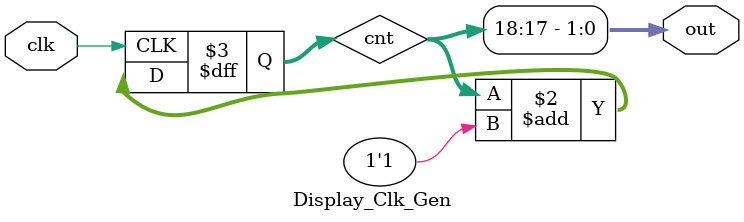
<source format=v>
module Seven_Segment(
    input rst,
    input clk,
    input [14:0] nums,
    output reg [6:0] display,
    output reg [3:0] digit
    );
    
    wire [1:0] display_clk;
    reg [3:0] display_num;

    Display_Clk_Gen DCG(clk, display_clk);

    always @ (posedge clk, posedge rst) begin
        if (rst) begin
            display_num <= 4'b0000;
            digit <= 4'b1111;
        end else begin
            case (display_clk)
                2'd0: begin
                    display_num <= nums % 10;
                    digit <= 4'b1110;
                end
                2'd1: begin
                    display_num <= (nums/10)%10;
                    digit <= 4'b1101;
                end
                2'd2: begin
                    display_num <= (nums/100)%10;
                    digit <= 4'b1011;
                end
                default: begin  // 2'd3
                    display_num <= (nums/1000)%10;
                    digit <= 4'b0111;
                end	
            endcase
        end
    end
    
    always @(*) begin
        case (display_num)
            4'd0: display = 7'b1000000;  // 0
            4'd1: display = 7'b1111001;  // 1
            4'd2: display = 7'b0100100;  // 2
            4'd3: display = 7'b0110000;  // 3
            4'd4: display = 7'b0011001;  // 4
            4'd5: display = 7'b0010010;  // 5
            4'd6: display = 7'b0000010;  // 6
            4'd7: display = 7'b1111000;  // 7
            4'd8: display = 7'b0000000;  // 8
            4'd9: display = 7'b0010000;  // 9
            default: display = 7'b1111111;
        endcase
    end
endmodule

module Display_Clk_Gen (clk, out);
    input clk;
    output [2-1:0] out;
    reg [19-1:0] cnt;

    assign out = cnt[18:17];
    always @(posedge clk) cnt <= cnt + 1'b1;
endmodule
</source>
